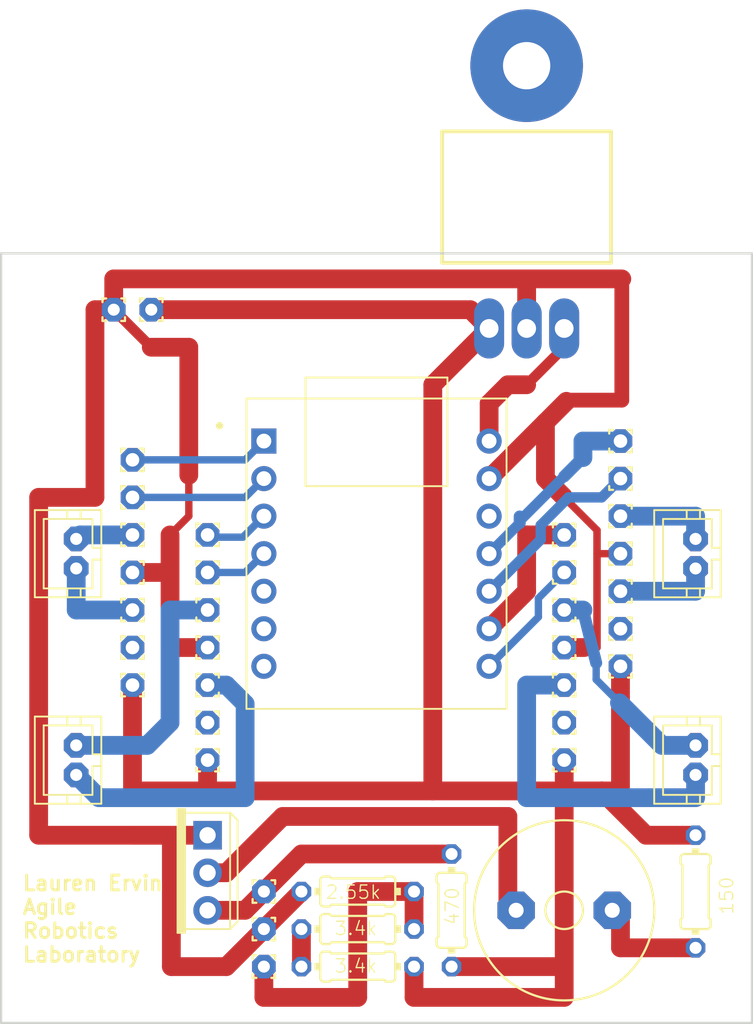
<source format=kicad_pcb>
(kicad_pcb (version 20221018) (generator pcbnew)
  (layers (0 "F.Cu" signal) (1 "In1.Cu" signal) (2 "In2.Cu" signal) (3 "In3.Cu" signal) (4 "In4.Cu" signal) (5 "In5.Cu" signal) (6 "In6.Cu" signal) (7 "In7.Cu" signal) (8 "In8.Cu" signal) (9 "In9.Cu" signal) (10 "In10.Cu" signal) (11 "In11.Cu" signal) (12 "In12.Cu" signal) (13 "In13.Cu" signal) (14 "In14.Cu" signal) (31 "B.Cu" signal) (34 "B.Paste" user) (35 "F.Paste" user) (36 "B.SilkS" user "B.Silkscreen") (37 "F.SilkS" user "F.Silkscreen") (38 "B.Mask" user) (39 "F.Mask" user) (44 "Edge.Cuts" user))
  (net 0 "")
  (net 1 "GND")
  (net 2 "VCC")
  (net 3 "IN7")
  (net 4 "IN8")
  (net 5 "IN5")
  (net 6 "IN6")
  (net 7 "IN3")
  (net 8 "IN4")
  (net 9 "IN1")
  (net 10 "IN2")
  (net 11 "GNDM1")
  (net 12 "VCCM1")
  (net 13 "GNDM2")
  (net 14 "VCCM2")
  (net 15 "GNDM3")
  (net 16 "VCCM3")
  (net 17 "GNDM4")
  (net 18 "VCCM4")
  (net 19 "VCC5V")
  (net 20 "SDA")
  (net 21 "SCL")
  (net 22 "VOUT")
  (net 23 "REFV")
  (net 24 "SERIES")
  (net 25 "BPOS")
  (net 26 "DRAIN")
  (footprint "uTerreSoRo_v4.1_bigger_pads_RSC:1,6_0,9" (layer "F.Cu") (at 161.2011 113.2586)
    (fp_text reference "PAD48" hide)
    (fp_text value "WIREPAD1,6/0,9")
    (pad "1" thru_hole roundrect (at 0 0) (size 1.6002 1.6002) (drill 0.9144) (layers "*.Cu" "*.Mask") (chamfer_ratio 0.2928932188) (chamfer top_left top_right bottom_left bottom_right) (net 2 "VCC"))
  )
  (footprint "uTerreSoRo_v4.1_bigger_pads_RSC:JST-PH2" (layer "F.Cu") (at 128.1811 99.2886 90)
    (fp_text reference "P1" hide)
    (fp_text value "" hide)
    (pad "1" thru_hole roundrect (at 1 0 90) (size 1.6764 1.6764) (drill 0.8128) (layers "*.Cu" "*.Mask") (chamfer_ratio 0.2928932188) (chamfer top_left top_right bottom_left bottom_right) (net 11 "GNDM1"))
    (pad "2" thru_hole roundrect (at -1 0 90) (size 1.6764 1.6764) (drill 0.8128) (layers "*.Cu" "*.Mask") (chamfer_ratio 0.2928932188) (chamfer top_left top_right bottom_left bottom_right) (net 12 "VCCM1"))
  )
  (footprint "uTerreSoRo_v4.1_bigger_pads_RSC:1,6_0,9" (layer "F.Cu") (at 137.0711 98.0186)
    (fp_text reference "PAD36" hide)
    (fp_text value "WIREPAD1,6/0,9")
    (pad "1" thru_hole roundrect (at 0 0) (size 1.6002 1.6002) (drill 0.9144) (layers "*.Cu" "*.Mask") (chamfer_ratio 0.2928932188) (chamfer top_left top_right bottom_left bottom_right) (net 7 "IN3"))
  )
  (footprint "uTerreSoRo_v4.1_bigger_pads_RSC:1,6_0,9" (layer "F.Cu") (at 161.2011 108.1786)
    (fp_text reference "PAD50" hide)
    (fp_text value "WIREPAD1,6/0,9")
    (pad "1" thru_hole roundrect (at 0 0) (size 1.6002 1.6002) (drill 0.9144) (layers "*.Cu" "*.Mask") (chamfer_ratio 0.2928932188) (chamfer top_left top_right bottom_left bottom_right) (net 16 "VCCM3"))
  )
  (footprint "uTerreSoRo_v4.1_bigger_pads_RSC:AL60P" (layer "F.Cu") (at 161.2011 123.4186)
    (fp_text reference "SP1" hide)
    (fp_text value "AL60P" hide)
    (pad "1" thru_hole roundrect (at -3.2512 0) (size 2.54 2.54) (drill 1.016) (layers "*.Cu" "*.Mask") (chamfer_ratio 0.2928932188) (chamfer top_left top_right bottom_left bottom_right) (net 26 "DRAIN"))
    (pad "2" thru_hole roundrect (at 3.2512 0) (size 2.54 2.54) (drill 1.016) (layers "*.Cu" "*.Mask") (chamfer_ratio 0.2928932188) (chamfer top_left top_right bottom_left bottom_right) (net 25 "BPOS"))
  )
  (footprint "uTerreSoRo_v4.1_bigger_pads_RSC:1,6_0,8" (layer "F.Cu") (at 140.8811 122.1486)
    (fp_text reference "PAD39" hide)
    (fp_text value "")
    (pad "1" thru_hole roundrect (at 0 0) (size 1.6002 1.6002) (drill 0.8128) (layers "*.Cu" "*.Mask") (chamfer_ratio 0.2928932188) (chamfer top_left top_right bottom_left bottom_right) (net 22 "VOUT"))
  )
  (footprint "uTerreSoRo_v4.1_bigger_pads_RSC:0204_7" (layer "F.Cu") (at 147.2311 122.1486 180)
    (fp_text reference "R1" hide)
    (fp_text value "2.55k" (at -1.6256 0.482596) (layer "F.SilkS") (effects (font (size 0.901446 0.901446) (thickness 0.089154)) (justify right top)))
    (pad "1" thru_hole roundrect (at -3.81 0 180) (size 1.3208 1.3208) (drill 0.8128) (layers "*.Cu" "*.Mask") (chamfer_ratio 0.2928932188) (chamfer top_left top_right bottom_left bottom_right) (net 23 "REFV"))
    (pad "2" thru_hole roundrect (at 3.81 0 180) (size 1.3208 1.3208) (drill 0.8128) (layers "*.Cu" "*.Mask") (chamfer_ratio 0.2928932188) (chamfer top_left top_right bottom_left bottom_right) (net 1 "GND"))
  )
  (footprint "uTerreSoRo_v4.1_bigger_pads_RSC:1,6_0,9" (layer "F.Cu") (at 137.0711 103.0986)
    (fp_text reference "PAD43" hide)
    (fp_text value "WIREPAD1,6/0,9")
    (pad "1" thru_hole roundrect (at 0 0) (size 1.6002 1.6002) (drill 0.9144) (layers "*.Cu" "*.Mask") (chamfer_ratio 0.2928932188) (chamfer top_left top_right bottom_left bottom_right) (net 13 "GNDM2"))
  )
  (footprint "uTerreSoRo_v4.1_bigger_pads_RSC:1,6_0,9" (layer "F.Cu") (at 161.2011 110.7186)
    (fp_text reference "PAD49" hide)
    (fp_text value "WIREPAD1,6/0,9")
    (pad "1" thru_hole roundrect (at 0 0) (size 1.6002 1.6002) (drill 0.9144) (layers "*.Cu" "*.Mask") (chamfer_ratio 0.2928932188) (chamfer top_left top_right bottom_left bottom_right))
  )
  (footprint "uTerreSoRo_v4.1_bigger_pads_RSC:1,6_0,9" (layer "F.Cu") (at 137.0711 108.1786)
    (fp_text reference "PAD45" hide)
    (fp_text value "WIREPAD1,6/0,9")
    (pad "1" thru_hole roundrect (at 0 0) (size 1.6002 1.6002) (drill 0.9144) (layers "*.Cu" "*.Mask") (chamfer_ratio 0.2928932188) (chamfer top_left top_right bottom_left bottom_right) (net 14 "VCCM2"))
  )
  (footprint "uTerreSoRo_v4.1_bigger_pads_RSC:XIAO-GENERIC-THRUHOLE-MODULE14P-2.54-21X17.8MM" (layer "F.Cu") (at 148.5011 99.2886)
    (fp_text reference "U1" hide)
    (fp_text value "XIAO-THRUHOLE" hide)
    (pad "1" thru_hole rect (at -7.62 -7.62) (size 1.7 1.7) (drill 1) (layers "*.Cu" "*.Mask") (net 9 "IN1"))
    (pad "2" thru_hole circle (at -7.62 -5.08) (size 1.7 1.7) (drill 1) (layers "*.Cu" "*.Mask") (net 10 "IN2"))
    (pad "3" thru_hole circle (at -7.62 -2.54) (size 1.7 1.7) (drill 1) (layers "*.Cu" "*.Mask") (net 7 "IN3"))
    (pad "4" thru_hole circle (at -7.62 0) (size 1.7 1.7) (drill 1) (layers "*.Cu" "*.Mask") (net 8 "IN4"))
    (pad "5" thru_hole circle (at -7.62 2.54) (size 1.7 1.7) (drill 1) (layers "*.Cu" "*.Mask") (net 20 "SDA"))
    (pad "6" thru_hole circle (at -7.62 5.08) (size 1.7 1.7) (drill 1) (layers "*.Cu" "*.Mask") (net 21 "SCL"))
    (pad "7" thru_hole circle (at -7.62 7.62) (size 1.7 1.7) (drill 1) (layers "*.Cu" "*.Mask"))
    (pad "8" thru_hole circle (at 7.62 7.62) (size 1.7 1.7) (drill 1) (layers "*.Cu" "*.Mask") (net 6 "IN6"))
    (pad "9" thru_hole circle (at 7.62 5.08) (size 1.7 1.7) (drill 1) (layers "*.Cu" "*.Mask") (net 5 "IN5"))
    (pad "10" thru_hole circle (at 7.62 2.54) (size 1.7 1.7) (drill 1) (layers "*.Cu" "*.Mask") (net 4 "IN8"))
    (pad "11" thru_hole circle (at 7.62 0) (size 1.7 1.7) (drill 1) (layers "*.Cu" "*.Mask") (net 3 "IN7"))
    (pad "12" thru_hole circle (at 7.62 -2.54) (size 1.7 1.7) (drill 1) (layers "*.Cu" "*.Mask"))
    (pad "13" thru_hole circle (at 7.62 -5.08) (size 1.7 1.7) (drill 1) (layers "*.Cu" "*.Mask") (net 1 "GND"))
    (pad "14" thru_hole circle (at 7.62 -7.62) (size 1.7 1.7) (drill 1) (layers "*.Cu" "*.Mask") (net 19 "VCC5V"))
  )
  (footprint "uTerreSoRo_v4.1_bigger_pads_RSC:1,6_0,9" (layer "F.Cu") (at 131.9911 105.6386)
    (fp_text reference "PAD30" hide)
    (fp_text value "WIREPAD1,6/0,9")
    (pad "1" thru_hole roundrect (at 0 0) (size 1.6002 1.6002) (drill 0.9144) (layers "*.Cu" "*.Mask") (chamfer_ratio 0.2928932188) (chamfer top_left top_right bottom_left bottom_right))
  )
  (footprint "" (layer "F.Cu") (at 125.6411 81.5086)
    (fp_text reference "@HOLE0" hide)
    (fp_text value "" (at 0 0) (layer "F.SilkS") (effects (font (size 1.27 1.27))))
    (pad "" np_thru_hole circle (at 0 0) (size 1 1) (drill 1) (layers "*.Cu" "*.Mask"))
  )
  (footprint "uTerreSoRo_v4.1_bigger_pads_RSC:1,6_0,9" (layer "F.Cu") (at 161.2011 100.5586)
    (fp_text reference "PAD53" hide)
    (fp_text value "WIREPAD1,6/0,9")
    (pad "1" thru_hole roundrect (at 0 0) (size 1.6002 1.6002) (drill 0.9144) (layers "*.Cu" "*.Mask") (chamfer_ratio 0.2928932188) (chamfer top_left top_right bottom_left bottom_right) (net 6 "IN6"))
  )
  (footprint "uTerreSoRo_v4.1_bigger_pads_RSC:1,6_0,9" (layer "F.Cu") (at 137.0711 105.6386)
    (fp_text reference "PAD44" hide)
    (fp_text value "WIREPAD1,6/0,9")
    (pad "1" thru_hole roundrect (at 0 0) (size 1.6002 1.6002) (drill 0.9144) (layers "*.Cu" "*.Mask") (chamfer_ratio 0.2928932188) (chamfer top_left top_right bottom_left bottom_right) (net 1 "GND"))
  )
  (footprint "uTerreSoRo_v4.1_bigger_pads_RSC:1,6_0,8" (layer "F.Cu") (at 140.8811 127.2286)
    (fp_text reference "PAD41" hide)
    (fp_text value "")
    (pad "1" thru_hole roundrect (at 0 0) (size 1.6002 1.6002) (drill 0.8128) (layers "*.Cu" "*.Mask") (chamfer_ratio 0.2928932188) (chamfer top_left top_right bottom_left bottom_right) (net 23 "REFV"))
  )
  (footprint "uTerreSoRo_v4.1_bigger_pads_RSC:1,6_0,9" (layer "F.Cu") (at 131.9911 108.1786)
    (fp_text reference "PAD29" hide)
    (fp_text value "WIREPAD1,6/0,9")
    (pad "1" thru_hole roundrect (at 0 0) (size 1.6002 1.6002) (drill 0.9144) (layers "*.Cu" "*.Mask") (chamfer_ratio 0.2928932188) (chamfer top_left top_right bottom_left bottom_right) (net 2 "VCC"))
  )
  (footprint "uTerreSoRo_v4.1_bigger_pads_RSC:1,6_0,9" (layer "F.Cu") (at 165.0111 101.8286)
    (fp_text reference "PAD59" hide)
    (fp_text value "WIREPAD1,6/0,9")
    (pad "1" thru_hole roundrect (at 0 0) (size 1.6002 1.6002) (drill 0.9144) (layers "*.Cu" "*.Mask") (chamfer_ratio 0.2928932188) (chamfer top_left top_right bottom_left bottom_right) (net 18 "VCCM4"))
  )
  (footprint "uTerreSoRo_v4.1_bigger_pads_RSC:0204_7" (layer "F.Cu") (at 147.2311 127.2286)
    (fp_text reference "R2" hide)
    (fp_text value "3.4k" (at -1.6256 0.4826) (layer "F.SilkS") (effects (font (size 0.901446 0.901446) (thickness 0.089154)) (justify left bottom)))
    (pad "1" thru_hole roundrect (at -3.81 0) (size 1.3208 1.3208) (drill 0.8128) (layers "*.Cu" "*.Mask") (chamfer_ratio 0.2928932188) (chamfer top_left top_right bottom_left bottom_right) (net 24 "SERIES"))
    (pad "2" thru_hole roundrect (at 3.81 0) (size 1.3208 1.3208) (drill 0.8128) (layers "*.Cu" "*.Mask") (chamfer_ratio 0.2928932188) (chamfer top_left top_right bottom_left bottom_right) (net 2 "VCC"))
  )
  (footprint "uTerreSoRo_v4.1_bigger_pads_RSC:1,6_0,9" (layer "F.Cu") (at 161.2011 103.0986)
    (fp_text reference "PAD52" hide)
    (fp_text value "WIREPAD1,6/0,9")
    (pad "1" thru_hole roundrect (at 0 0) (size 1.6002 1.6002) (drill 0.9144) (layers "*.Cu" "*.Mask") (chamfer_ratio 0.2928932188) (chamfer top_left top_right bottom_left bottom_right) (net 15 "GNDM3"))
  )
  (footprint "uTerreSoRo_v4.1_bigger_pads_RSC:JST-PH2" (layer "F.Cu") (at 128.1811 113.2586 90)
    (fp_text reference "P2" hide)
    (fp_text value "" hide)
    (pad "1" thru_hole roundrect (at 1 0 90) (size 1.6764 1.6764) (drill 0.8128) (layers "*.Cu" "*.Mask") (chamfer_ratio 0.2928932188) (chamfer top_left top_right bottom_left bottom_right) (net 13 "GNDM2"))
    (pad "2" thru_hole roundrect (at -1 0 90) (size 1.6764 1.6764) (drill 0.8128) (layers "*.Cu" "*.Mask") (chamfer_ratio 0.2928932188) (chamfer top_left top_right bottom_left bottom_right) (net 14 "VCCM2"))
  )
  (footprint "uTerreSoRo_v4.1_bigger_pads_RSC:1,6_0,9" (layer "F.Cu") (at 161.2011 98.0186)
    (fp_text reference "PAD54" hide)
    (fp_text value "WIREPAD1,6/0,9")
    (pad "1" thru_hole roundrect (at 0 0) (size 1.6002 1.6002) (drill 0.9144) (layers "*.Cu" "*.Mask") (chamfer_ratio 0.2928932188) (chamfer top_left top_right bottom_left bottom_right) (net 5 "IN5"))
  )
  (footprint "uTerreSoRo_v4.1_bigger_pads_RSC:1,6_0,9" (layer "F.Cu") (at 165.0111 106.9086)
    (fp_text reference "PAD61" hide)
    (fp_text value "WIREPAD1,6/0,9")
    (pad "1" thru_hole roundrect (at 0 0) (size 1.6002 1.6002) (drill 0.9144) (layers "*.Cu" "*.Mask") (chamfer_ratio 0.2928932188) (chamfer top_left top_right bottom_left bottom_right) (net 2 "VCC"))
  )
  (footprint "" (layer "F.Cu") (at 125.6411 128.4986)
    (fp_text reference "@HOLE3" hide)
    (fp_text value "" (at 0 0) (layer "F.SilkS") (effects (font (size 1.27 1.27))))
    (pad "" np_thru_hole circle (at 0 0) (size 1 1) (drill 1) (layers "*.Cu" "*.Mask"))
  )
  (footprint "uTerreSoRo_v4.1_bigger_pads_RSC:JST-PH2" (layer "F.Cu") (at 170.0911 113.2586 90)
    (fp_text reference "P3" hide)
    (fp_text value "" hide)
    (pad "1" thru_hole roundrect (at 1 0 90) (size 1.6764 1.6764) (drill 0.8128) (layers "*.Cu" "*.Mask") (chamfer_ratio 0.2928932188) (chamfer top_left top_right bottom_left bottom_right) (net 15 "GNDM3"))
    (pad "2" thru_hole roundrect (at -1 0 90) (size 1.6764 1.6764) (drill 0.8128) (layers "*.Cu" "*.Mask") (chamfer_ratio 0.2928932188) (chamfer top_left top_right bottom_left bottom_right) (net 16 "VCCM3"))
  )
  (footprint "uTerreSoRo_v4.1_bigger_pads_RSC:0204_7" (layer "F.Cu") (at 170.0911 122.1486 90)
    (fp_text reference "R5" hide)
    (fp_text value "150" (at -1.6256 2.6289 90) (layer "F.SilkS") (effects (font (size 0.901446 0.901446) (thickness 0.089154)) (justify left bottom)))
    (pad "1" thru_hole roundrect (at -3.81 0 90) (size 1.3208 1.3208) (drill 0.8128) (layers "*.Cu" "*.Mask") (chamfer_ratio 0.2928932188) (chamfer top_left top_right bottom_left bottom_right) (net 25 "BPOS"))
    (pad "2" thru_hole roundrect (at 3.81 0 90) (size 1.3208 1.3208) (drill 0.8128) (layers "*.Cu" "*.Mask") (chamfer_ratio 0.2928932188) (chamfer top_left top_right bottom_left bottom_right) (net 2 "VCC"))
  )
  (footprint "uTerreSoRo_v4.1_bigger_pads_RSC:1,6_0,9" (layer "F.Cu") (at 165.0111 99.2886)
    (fp_text reference "PAD58" hide)
    (fp_text value "WIREPAD1,6/0,9")
    (pad "1" thru_hole roundrect (at 0 0) (size 1.6002 1.6002) (drill 0.9144) (layers "*.Cu" "*.Mask") (chamfer_ratio 0.2928932188) (chamfer top_left top_right bottom_left bottom_right) (net 1 "GND"))
  )
  (footprint "uTerreSoRo_v4.1_bigger_pads_RSC:1,6_0,9" (layer "F.Cu") (at 165.0111 104.3686)
    (fp_text reference "PAD60" hide)
    (fp_text value "WIREPAD1,6/0,9")
    (pad "1" thru_hole roundrect (at 0 0) (size 1.6002 1.6002) (drill 0.9144) (layers "*.Cu" "*.Mask") (chamfer_ratio 0.2928932188) (chamfer top_left top_right bottom_left bottom_right))
  )
  (footprint "uTerreSoRo_v4.1_bigger_pads_RSC:1,6_0,9" (layer "F.Cu") (at 131.9911 95.4786)
    (fp_text reference "PAD34" hide)
    (fp_text value "WIREPAD1,6/0,9")
    (pad "1" thru_hole roundrect (at 0 0) (size 1.6002 1.6002) (drill 0.9144) (layers "*.Cu" "*.Mask") (chamfer_ratio 0.2928932188) (chamfer top_left top_right bottom_left bottom_right) (net 10 "IN2"))
  )
  (footprint "uTerreSoRo_v4.1_bigger_pads_RSC:1,6_0,9" (layer "F.Cu") (at 131.9911 100.5586)
    (fp_text reference "PAD32" hide)
    (fp_text value "WIREPAD1,6/0,9")
    (pad "1" thru_hole roundrect (at 0 0) (size 1.6002 1.6002) (drill 0.9144) (layers "*.Cu" "*.Mask") (chamfer_ratio 0.2928932188) (chamfer top_left top_right bottom_left bottom_right) (net 1 "GND"))
  )
  (footprint "uTerreSoRo_v4.1_bigger_pads_RSC:0204_7" (layer "F.Cu") (at 153.5811 123.4186 -90)
    (fp_text reference "R4" hide)
    (fp_text value "470" (at -1.6256 0.4826 90) (layer "F.SilkS") (effects (font (size 0.901446 0.901446) (thickness 0.089154)) (justify right top)))
    (pad "1" thru_hole roundrect (at -3.81 0 270) (size 1.3208 1.3208) (drill 0.8128) (layers "*.Cu" "*.Mask") (chamfer_ratio 0.2928932188) (chamfer top_left top_right bottom_left bottom_right) (net 22 "VOUT"))
    (pad "2" thru_hole roundrect (at 3.81 0 270) (size 1.3208 1.3208) (drill 0.8128) (layers "*.Cu" "*.Mask") (chamfer_ratio 0.2928932188) (chamfer top_left top_right bottom_left bottom_right) (net 2 "VCC"))
  )
  (footprint "uTerreSoRo_v4.1_bigger_pads_RSC:1,6_0,9" (layer "F.Cu") (at 165.0111 94.2086)
    (fp_text reference "PAD56" hide)
    (fp_text value "WIREPAD1,6/0,9")
    (pad "1" thru_hole roundrect (at 0 0) (size 1.6002 1.6002) (drill 0.9144) (layers "*.Cu" "*.Mask") (chamfer_ratio 0.2928932188) (chamfer top_left top_right bottom_left bottom_right) (net 4 "IN8"))
  )
  (footprint "uTerreSoRo_v4.1_bigger_pads_RSC:1,6_0,8" (layer "F.Cu") (at 140.8811 124.6886)
    (fp_text reference "PAD40" hide)
    (fp_text value "")
    (pad "1" thru_hole roundrect (at 0 0) (size 1.6002 1.6002) (drill 0.8128) (layers "*.Cu" "*.Mask") (chamfer_ratio 0.2928932188) (chamfer top_left top_right bottom_left bottom_right) (net 1 "GND"))
  )
  (footprint "uTerreSoRo_v4.1_bigger_pads_RSC:1,6_0,8" (layer "F.Cu") (at 133.2611 82.7786)
    (fp_text reference "PAD37" hide)
    (fp_text value "")
    (pad "1" thru_hole roundrect (at 0 0) (size 1.6002 1.6002) (drill 0.8128) (layers "*.Cu" "*.Mask") (chamfer_ratio 0.2928932188) (chamfer top_left top_right bottom_left bottom_right) (net 2 "VCC"))
  )
  (footprint "uTerreSoRo_v4.1_bigger_pads_RSC:1,6_0,9" (layer "F.Cu") (at 165.0111 96.7486)
    (fp_text reference "PAD57" hide)
    (fp_text value "WIREPAD1,6/0,9")
    (pad "1" thru_hole roundrect (at 0 0) (size 1.6002 1.6002) (drill 0.9144) (layers "*.Cu" "*.Mask") (chamfer_ratio 0.2928932188) (chamfer top_left top_right bottom_left bottom_right) (net 17 "GNDM4"))
  )
  (footprint "uTerreSoRo_v4.1_bigger_pads_RSC:TO-220" (layer "F.Cu") (at 158.6611 72.6186)
    (fp_text reference "U2" hide)
    (fp_text value "")
    (pad "1" thru_hole oval (at -2.54 11.43 90) (size 4.064 2.032) (drill 1.27) (layers "*.Cu" "*.Mask") (net 2 "VCC"))
    (pad "2" thru_hole oval (at 0 11.43 90) (size 4.064 2.032) (drill 1.27) (layers "*.Cu" "*.Mask") (net 1 "GND"))
    (pad "3" thru_hole oval (at 2.54 11.43 90) (size 4.064 2.032) (drill 1.27) (layers "*.Cu" "*.Mask") (net 19 "VCC5V"))
    (pad "HEAT" thru_hole circle (at 0 -6.35) (size 7.62 7.62) (drill 3.2004) (layers "*.Cu" "*.Mask") (net 1 "GND"))
  )
  (footprint "uTerreSoRo_v4.1_bigger_pads_RSC:1,6_0,9" (layer "F.Cu") (at 137.0711 100.5586)
    (fp_text reference "PAD42" hide)
    (fp_text value "WIREPAD1,6/0,9")
    (pad "1" thru_hole roundrect (at 0 0) (size 1.6002 1.6002) (drill 0.9144) (layers "*.Cu" "*.Mask") (chamfer_ratio 0.2928932188) (chamfer top_left top_right bottom_left bottom_right) (net 8 "IN4"))
  )
  (footprint "uTerreSoRo_v4.1_bigger_pads_RSC:1,6_0,9" (layer "F.Cu") (at 131.9911 103.0986)
    (fp_text reference "PAD31" hide)
    (fp_text value "WIREPAD1,6/0,9")
    (pad "1" thru_hole roundrect (at 0 0) (size 1.6002 1.6002) (drill 0.9144) (layers "*.Cu" "*.Mask") (chamfer_ratio 0.2928932188) (chamfer top_left top_right bottom_left bottom_right) (net 12 "VCCM1"))
  )
  (footprint "uTerreSoRo_v4.1_bigger_pads_RSC:1,6_0,9" (layer "F.Cu") (at 137.0711 113.2586)
    (fp_text reference "PAD47" hide)
    (fp_text value "WIREPAD1,6/0,9")
    (pad "1" thru_hole roundrect (at 0 0) (size 1.6002 1.6002) (drill 0.9144) (layers "*.Cu" "*.Mask") (chamfer_ratio 0.2928932188) (chamfer top_left top_right bottom_left bottom_right) (net 2 "VCC"))
  )
  (footprint "" (layer "F.Cu") (at 171.3611 128.4986)
    (fp_text reference "@HOLE2" hide)
    (fp_text value "" (at 0 0) (layer "F.SilkS") (effects (font (size 1.27 1.27))))
    (pad "" np_thru_hole circle (at 0 0) (size 1 1) (drill 1) (layers "*.Cu" "*.Mask"))
  )
  (footprint "uTerreSoRo_v4.1_bigger_pads_RSC:1,6_0,9" (layer "F.Cu") (at 161.2011 105.6386)
    (fp_text reference "PAD51" hide)
    (fp_text value "WIREPAD1,6/0,9")
    (pad "1" thru_hole roundrect (at 0 0) (size 1.6002 1.6002) (drill 0.9144) (layers "*.Cu" "*.Mask") (chamfer_ratio 0.2928932188) (chamfer top_left top_right bottom_left bottom_right) (net 1 "GND"))
  )
  (footprint "uTerreSoRo_v4.1_bigger_pads_RSC:JST-PH2" (layer "F.Cu") (at 170.0911 99.2886 90)
    (fp_text reference "P4" hide)
    (fp_text value "" hide)
    (pad "1" thru_hole roundrect (at 1 0 90) (size 1.6764 1.6764) (drill 0.8128) (layers "*.Cu" "*.Mask") (chamfer_ratio 0.2928932188) (chamfer top_left top_right bottom_left bottom_right) (net 17 "GNDM4"))
    (pad "2" thru_hole roundrect (at -1 0 90) (size 1.6764 1.6764) (drill 0.8128) (layers "*.Cu" "*.Mask") (chamfer_ratio 0.2928932188) (chamfer top_left top_right bottom_left bottom_right) (net 18 "VCCM4"))
  )
  (footprint "uTerreSoRo_v4.1_bigger_pads_RSC:TO220_ALT" (layer "F.Cu") (at 137.0711 120.8786)
    (fp_text reference "Q1" hide)
    (fp_text value "IRF510" hide)
    (pad "1" thru_hole rect (at 0 -2.54) (size 1.9304 1.9304) (drill 1.1) (layers "*.Cu" "*.Mask") (net 1 "GND"))
    (pad "2" thru_hole circle (at 0 0) (size 1.9304 1.9304) (drill 1.1) (layers "*.Cu" "*.Mask") (net 26 "DRAIN"))
    (pad "3" thru_hole circle (at 0 2.54) (size 1.9304 1.9304) (drill 1.1) (layers "*.Cu" "*.Mask") (net 22 "VOUT"))
  )
  (footprint "uTerreSoRo_v4.1_bigger_pads_RSC:1,6_0,9" (layer "F.Cu") (at 131.9911 92.9386)
    (fp_text reference "PAD35" hide)
    (fp_text value "WIREPAD1,6/0,9")
    (pad "1" thru_hole roundrect (at 0 0) (size 1.6002 1.6002) (drill 0.9144) (layers "*.Cu" "*.Mask") (chamfer_ratio 0.2928932188) (chamfer top_left top_right bottom_left bottom_right) (net 9 "IN1"))
  )
  (footprint "" (layer "F.Cu") (at 171.3611 81.5086)
    (fp_text reference "@HOLE1" hide)
    (fp_text value "" (at 0 0) (layer "F.SilkS") (effects (font (size 1.27 1.27))))
    (pad "" np_thru_hole circle (at 0 0) (size 1 1) (drill 1) (layers "*.Cu" "*.Mask"))
  )
  (footprint "uTerreSoRo_v4.1_bigger_pads_RSC:1,6_0,9" (layer "F.Cu") (at 137.0711 110.7186)
    (fp_text reference "PAD46" hide)
    (fp_text value "WIREPAD1,6/0,9")
    (pad "1" thru_hole roundrect (at 0 0) (size 1.6002 1.6002) (drill 0.9144) (layers "*.Cu" "*.Mask") (chamfer_ratio 0.2928932188) (chamfer top_left top_right bottom_left bottom_right))
  )
  (footprint "uTerreSoRo_v4.1_bigger_pads_RSC:1,6_0,9" (layer "F.Cu") (at 165.0111 91.6686)
    (fp_text reference "PAD55" hide)
    (fp_text value "WIREPAD1,6/0,9")
    (pad "1" thru_hole roundrect (at 0 0) (size 1.6002 1.6002) (drill 0.9144) (layers "*.Cu" "*.Mask") (chamfer_ratio 0.2928932188) (chamfer top_left top_right bottom_left bottom_right) (net 3 "IN7"))
  )
  (footprint "uTerreSoRo_v4.1_bigger_pads_RSC:1,6_0,8" (layer "F.Cu") (at 130.7211 82.7786)
    (fp_text reference "PAD38" hide)
    (fp_text value "")
    (pad "1" thru_hole roundrect (at 0 0) (size 1.6002 1.6002) (drill 0.8128) (layers "*.Cu" "*.Mask") (chamfer_ratio 0.2928932188) (chamfer top_left top_right bottom_left bottom_right) (net 1 "GND"))
  )
  (footprint "uTerreSoRo_v4.1_bigger_pads_RSC:0204_7" (layer "F.Cu") (at 147.2311 124.6886)
    (fp_text reference "R3" hide)
    (fp_text value "3.4k" (at -1.6256 0.4826) (layer "F.SilkS") (effects (font (size 0.901446 0.901446) (thickness 0.089154)) (justify left bottom)))
    (pad "1" thru_hole roundrect (at -3.81 0) (size 1.3208 1.3208) (drill 0.8128) (layers "*.Cu" "*.Mask") (chamfer_ratio 0.2928932188) (chamfer top_left top_right bottom_left bottom_right) (net 24 "SERIES"))
    (pad "2" thru_hole roundrect (at 3.81 0) (size 1.3208 1.3208) (drill 0.8128) (layers "*.Cu" "*.Mask") (chamfer_ratio 0.2928932188) (chamfer top_left top_right bottom_left bottom_right) (net 23 "REFV"))
  )
  (footprint "uTerreSoRo_v4.1_bigger_pads_RSC:1,6_0,9" (layer "F.Cu") (at 131.9911 98.0186)
    (fp_text reference "PAD33" hide)
    (fp_text value "WIREPAD1,6/0,9")
    (pad "1" thru_hole roundrect (at 0 0) (size 1.6002 1.6002) (drill 0.9144) (layers "*.Cu" "*.Mask") (chamfer_ratio 0.2928932188) (chamfer top_left top_right bottom_left bottom_right) (net 11 "GNDM1"))
  )
  (gr_line (start 123.1011 78.9686) (end 173.9011 78.9686) (stroke (width 0.1524)) (layer "Edge.Cuts"))
  (gr_line (start 123.1011 131.0386) (end 123.1011 78.9686) (stroke (width 0.1524)) (layer "Edge.Cuts"))
  (gr_line (start 173.9011 131.0386) (end 123.1011 131.0386) (stroke (width 0.1524)) (layer "Edge.Cuts"))
  (gr_line (start 173.9011 78.9686) (end 173.9011 131.0386) (stroke (width 0.1524)) (layer "Edge.Cuts"))
  (gr_text "Lauren Ervin\nAgile\nRobotics\nLaboratory" (at 124.46 127) (layer "F.SilkS") (effects (font (size 1 1) (thickness 0.2) bold) (justify left bottom)))
  (segment (start 131.9911 100.5586) (end 134.5311 100.5586) (width 1.27) (layer "F.Cu") (net 1))
  (segment (start 133.2611 85.3186) (end 135.8011 85.3186) (width 1.27) (layer "F.Cu") (net 1))
  (segment (start 134.5311 98.0186) (end 135.8011 96.7486) (width 0.5) (layer "F.Cu") (net 1))
  (segment (start 134.62 118.3386) (end 131.9911 118.3386) (width 1.27) (layer "F.Cu") (net 1))
  (segment (start 134.62 127.2286) (end 134.62 118.3386) (width 1.27) (layer "F.Cu") (net 1))
  (segment (start 163.4236 99.2886) (end 163.4236 101.6) (width 0.5) (layer "F.Cu") (net 1))
  (segment (start 163.4236 101.6) (end 163.4236 105.6386) (width 0.5) (layer "F.Cu") (net 1))
  (segment (start 158.6611 80.6958) (end 158.6611 84.0486) (width 1.27) (layer "F.Cu") (net 1))
  (segment (start 134.5311 100.5586) (end 134.5311 98.0186) (width 1.27) (layer "F.Cu") (net 1))
  (segment (start 140.8811 124.6886) (end 138.3411 127.2286) (width 1.27) (layer "F.Cu") (net 1))
  (segment (start 159.9311 90.3986) (end 161.3535 88.9762) (width 1.27) (layer "F.Cu") (net 1))
  (segment (start 130.7211 82.7786) (end 133.2611 85.3186) (width 0.7) (layer "F.Cu") (net 1))
  (segment (start 125.6411 95.4786) (end 129.4511 95.4786) (width 1.27) (layer "F.Cu") (net 1))
  (segment (start 135.8011 96.7486) (end 135.8011 93.98) (width 0.5) (layer "F.Cu") (net 1))
  (segment (start 163.4236 97.7011) (end 161.13125 95.40875) (width 0.5) (layer "F.Cu") (net 1))
  (segment (start 137.0711 118.3386) (end 131.9911 118.3386) (width 1.27) (layer "F.Cu") (net 1))
  (segment (start 163.4236 99.2886) (end 165.0111 99.2886) (width 0.5) (layer "F.Cu") (net 1))
  (segment (start 161.3535 88.9762) (end 161.4297 88.9) (width 1) (layer "F.Cu") (net 1))
  (segment (start 163.4236 105.6386) (end 163.4236 97.7011) (width 0.5) (layer "F.Cu") (net 1))
  (segment (start 130.7211 82.7786) (end 130.7211 80.6958) (width 1.27) (layer "F.Cu") (net 1))
  (segment (start 158.6611 80.6958) (end 165.1 80.6958) (width 1.27) (layer "F.Cu") (net 1))
  (segment (start 125.6411 118.3386) (end 125.6411 95.4786) (width 1.27) (layer "F.Cu") (net 1))
  (segment (start 161.13125 95.40875) (end 159.9311 94.2086) (width 1.27) (layer "F.Cu") (net 1))
  (segment (start 165.1 88.9) (end 165.1 80.6958) (width 1) (layer "F.Cu") (net 1))
  (segment (start 129.4511 95.4786) (end 129.4511 82.7786) (width 1.27) (layer "F.Cu") (net 1))
  (segment (start 143.4211 122.1486) (end 140.8811 124.6886) (width 1.27) (layer "F.Cu") (net 1))
  (segment (start 138.3411 127.2286) (end 134.62 127.2286) (width 1.27) (layer "F.Cu") (net 1))
  (segment (start 161.4297 88.9) (end 165.1 88.9) (width 1) (layer "F.Cu") (net 1))
  (segment (start 130.7211 80.6958) (end 158.6611 80.6958) (width 1.27) (layer "F.Cu") (net 1))
  (segment (start 159.9311 94.2086) (end 159.9311 90.3986) (width 1.27) (layer "F.Cu") (net 1))
  (segment (start 163.4236 99.2886) (end 163.4236 97.7011) (width 0.5) (layer "F.Cu") (net 1))
  (segment (start 131.9911 118.3386) (end 125.6411 118.3386) (width 1.27) (layer "F.Cu") (net 1))
  (segment (start 134.5311 105.6386) (end 134.5311 100.5586) (width 1.27) (layer "F.Cu") (net 1))
  (segment (start 135.8011 85.3186) (end 135.8011 93.98) (width 1.27) (layer "F.Cu") (net 1))
  (segment (start 156.1211 94.2086) (end 159.9311 90.3986) (width 1.27) (layer "F.Cu") (net 1))
  (segment (start 137.0711 105.6386) (end 134.5311 105.6386) (width 1.27) (layer "F.Cu") (net 1))
  (segment (start 163.4236 105.6386) (end 162.56 105.6386) (width 0.5) (layer "F.Cu") (net 1))
  (segment (start 161.2011 105.6386) (end 162.56 105.6386) (width 1.27) (layer "F.Cu") (net 1))
  (segment (start 129.4511 82.7786) (end 130.7211 82.7786) (width 1.27) (layer "F.Cu") (net 1))
  (segment (start 161.2011 115.3414) (end 161.2011 127.2286) (width 1.27) (layer "F.Cu") (net 2))
  (segment (start 133.2611 82.7786) (end 154.8511 82.7786) (width 1.27) (layer "F.Cu") (net 2))
  (segment (start 161.2011 127.2286) (end 153.5811 127.2286) (width 1.27) (layer "F.Cu") (net 2))
  (segment (start 166.7383 118.3386) (end 163.7411 115.3414) (width 1.27) (layer "F.Cu") (net 2))
  (segment (start 137.0711 113.2586) (end 137.0711 115.3414) (width 1.27) (layer "F.Cu") (net 2))
  (segment (start 131.9911 108.1786) (end 131.9911 115.3414) (width 1.27) (layer "F.Cu") (net 2))
  (segment (start 154.8511 82.7786) (end 156.1211 84.0486) (width 1.27) (layer "F.Cu") (net 2))
  (segment (start 137.0711 115.3414) (end 131.9911 115.3414) (width 1.27) (layer "F.Cu") (net 2))
  (segment (start 151.0411 129.3114) (end 151.0411 127.2286) (width 1.27) (layer "F.Cu") (net 2))
  (segment (start 165.0111 106.9086) (end 165.0111 115.3414) (width 1.27) (layer "F.Cu") (net 2))
  (segment (start 161.2011 127.2286) (end 161.2011 129.3114) (width 1.27) (layer "F.Cu") (net 2))
  (segment (start 152.3111 87.8586) (end 156.1211 84.0486) (width 1.27) (layer "F.Cu") (net 2))
  (segment (start 165.0111 115.3414) (end 163.7411 115.3414) (width 1.27) (layer "F.Cu") (net 2))
  (segment (start 161.2011 115.3414) (end 163.7411 115.3414) (width 1.27) (layer "F.Cu") (net 2))
  (segment (start 152.3111 115.3414) (end 137.0711 115.3414) (width 1.27) (layer "F.Cu") (net 2))
  (segment (start 152.3111 115.3414) (end 152.3111 87.8586) (width 1.27) (layer "F.Cu") (net 2))
  (segment (start 152.3111 115.3414) (end 161.2011 115.3414) (width 1.27) (layer "F.Cu") (net 2))
  (segment (start 161.2011 113.2586) (end 161.2011 115.3414) (width 1.27) (layer "F.Cu") (net 2))
  (segment (start 161.2011 129.3114) (end 151.0411 129.3114) (width 1.27) (layer "F.Cu") (net 2))
  (segment (start 170.0911 118.3386) (end 166.7383 118.3386) (width 1.27) (layer "F.Cu") (net 2))
  (segment (start 158.1912 97.2185) (end 158.1912 97.0661) (width 0.7) (layer "B.Cu") (net 3))
  (segment (start 161.2011 94.0562) (end 162.4711 92.7862) (width 0.8128) (layer "B.Cu") (net 3))
  (segment (start 158.1912 97.2185) (end 158.1912 96.77185) (width 0.8128) (layer "B.Cu") (net 3))
  (segment (start 156.1211 99.2886) (end 158.1912 97.2185) (width 0.7) (layer "B.Cu") (net 3))
  (segment (start 165.0111 91.6686) (end 162.4711 91.6686) (width 1.27) (layer "B.Cu") (net 3))
  (segment (start 162.4711 91.6686) (end 162.4711 92.7862) (width 1.27) (layer "B.Cu") (net 3))
  (segment (start 158.1912 97.0661) (end 161.2011 94.0562) (width 0.7) (layer "B.Cu") (net 3))
  (segment (start 159.6136 97.361032) (end 159.6136 97.361031) (width 0.7) (layer "B.Cu") (net 4))
  (segment (start 159.6136 98.3361) (end 159.6136 97.361032) (width 0.7) (layer "B.Cu") (net 4))
  (segment (start 159.6136 97.361031) (end 161.496031 95.4786) (width 0.7) (layer "B.Cu") (net 4))
  (segment (start 156.1211 101.8286) (end 159.6136 98.3361) (width 0.7) (layer "B.Cu") (net 4))
  (segment (start 161.496031 95.4786) (end 163.7411 95.4786) (width 0.7) (layer "B.Cu") (net 4))
  (segment (start 163.7411 95.4786) (end 165.0111 94.2086) (width 0.7) (layer "B.Cu") (net 4))
  (segment (start 158.6611 101.8286) (end 158.6611 98.0186) (width 1.27) (layer "F.Cu") (net 5))
  (segment (start 158.6611 98.0186) (end 161.2011 98.0186) (width 1.27) (layer "F.Cu") (net 5))
  (segment (start 156.1211 104.3686) (end 158.6611 101.8286) (width 1.27) (layer "F.Cu") (net 5))
  (segment (start 159.6136 102.1461) (end 161.2011 100.5586) (width 0.5) (layer "B.Cu") (net 6))
  (segment (start 156.1211 106.9086) (end 159.45485 103.57485) (width 0.5) (layer "B.Cu") (net 6))
  (segment (start 159.45485 102.30485) (end 159.6136 102.1461) (width 0.5) (layer "B.Cu") (net 6))
  (segment (start 159.45485 103.57485) (end 159.45485 102.30485) (width 0.5) (layer "B.Cu") (net 6))
  (segment (start 137.2235 98.171) (end 137.0711 98.0186) (width 0.5) (layer "B.Cu") (net 7))
  (segment (start 139.4587 98.171) (end 137.2235 98.171) (width 0.5) (layer "B.Cu") (net 7))
  (segment (start 140.8811 96.7486) (end 139.4587 98.171) (width 0.5) (layer "B.Cu") (net 7))
  (segment (start 139.6111 100.5586) (end 137.0711 100.5586) (width 0.5) (layer "B.Cu") (net 8))
  (segment (start 140.8811 99.2886) (end 139.6111 100.5586) (width 0.5) (layer "B.Cu") (net 8))
  (segment (start 139.6111 92.9386) (end 131.9911 92.9386) (width 0.5) (layer "B.Cu") (net 9))
  (segment (start 140.8811 91.6686) (end 139.6111 92.9386) (width 0.5) (layer "B.Cu") (net 9))
  (segment (start 140.8811 94.2086) (end 139.6111 95.4786) (width 0.5) (layer "B.Cu") (net 10))
  (segment (start 139.6111 95.4786) (end 131.9911 95.4786) (width 0.5) (layer "B.Cu") (net 10))
  (segment (start 128.4511 98.0186) (end 131.9911 98.0186) (width 1.27) (layer "B.Cu") (net 11))
  (segment (start 128.1811 98.2886) (end 128.4511 98.0186) (width 1.27) (layer "B.Cu") (net 11))
  (segment (start 128.1811 103.0986) (end 131.9911 103.0986) (width 1.27) (layer "B.Cu") (net 12))
  (segment (start 128.1811 100.2886) (end 128.1811 103.0986) (width 1.27) (layer "B.Cu") (net 12))
  (segment (start 137.0711 103.0986) (end 134.5311 103.0986) (width 1.27) (layer "B.Cu") (net 13))
  (segment (start 134.5311 103.0986) (end 134.5311 110.7186) (width 1.27) (layer "B.Cu") (net 13))
  (segment (start 132.9911 112.2586) (end 134.5311 110.7186) (width 1.27) (layer "B.Cu") (net 13))
  (segment (start 128.1811 112.2586) (end 132.9911 112.2586) (width 1.27) (layer "B.Cu") (net 13))
  (segment (start 139.6111 109.4486) (end 139.6111 115.7986) (width 1.27) (layer "B.Cu") (net 14))
  (segment (start 128.1811 114.2586) (end 129.7211 115.7986) (width 1.27) (layer "B.Cu") (net 14))
  (segment (start 137.0711 108.1786) (end 138.3411 108.1786) (width 1.27) (layer "B.Cu") (net 14))
  (segment (start 139.6111 115.7986) (end 129.7211 115.7986) (width 1.27) (layer "B.Cu") (net 14))
  (segment (start 138.3411 108.1786) (end 139.6111 109.4486) (width 1.27) (layer "B.Cu") (net 14))
  (segment (start 162.4711 103.0986) (end 163.36645 106.68) (width 0.8128) (layer "B.Cu") (net 15))
  (segment (start 163.36645 107.80395) (end 163.36645 106.68) (width 0.5) (layer "B.Cu") (net 15))
  (segment (start 164.94125 109.37875) (end 163.36645 107.80395) (width 0.5) (layer "B.Cu") (net 15))
  (segment (start 167.8211 112.2586) (end 164.94125 109.37875) (width 1.27) (layer "B.Cu") (net 15))
  (segment (start 161.2011 103.0986) (end 162.4711 103.0986) (width 1.27) (layer "B.Cu") (net 15))
  (segment (start 170.0911 112.2586) (end 167.8211 112.2586) (width 1.27) (layer "B.Cu") (net 15))
  (segment (start 170.0911 114.2586) (end 170.0911 115.7986) (width 1.27) (layer "B.Cu") (net 16))
  (segment (start 161.2011 108.1786) (end 158.6611 108.1786) (width 1.27) (layer "B.Cu") (net 16))
  (segment (start 170.0911 115.7986) (end 158.6611 115.7986) (width 1.27) (layer "B.Cu") (net 16))
  (segment (start 158.6611 108.1786) (end 158.6611 115.7986) (width 1.27) (layer "B.Cu") (net 16))
  (segment (start 170.0911 96.7486) (end 170.0911 98.2886) (width 1.27) (layer "B.Cu") (net 17))
  (segment (start 165.0111 96.7486) (end 170.0911 96.7486) (width 1.27) (layer "B.Cu") (net 17))
  (segment (start 165.0111 101.8286) (end 170.0911 101.8286) (width 1.27) (layer "B.Cu") (net 18))
  (segment (start 170.0911 101.8286) (end 170.0911 100.2886) (width 1.27) (layer "B.Cu") (net 18))
  (segment (start 161.2011 84.0486) (end 161.2011 85.3186) (width 0.7) (layer "F.Cu") (net 19))
  (segment (start 156.1211 91.6686) (end 156.1211 89.1286) (width 1.27) (layer "F.Cu") (net 19))
  (segment (start 157.3911 87.8586) (end 158.6611 87.8586) (width 1.27) (layer "F.Cu") (net 19))
  (segment (start 158.6611 87.8586) (end 161.2011 85.3186) (width 0.7) (layer "F.Cu") (net 19))
  (segment (start 156.1211 89.1286) (end 157.3911 87.8586) (width 1.27) (layer "F.Cu") (net 19))
  (segment (start 143.4211 119.6086) (end 140.8811 122.1486) (width 1.27) (layer "F.Cu") (net 22))
  (segment (start 139.6111 123.4186) (end 140.8811 122.1486) (width 1.27) (layer "F.Cu") (net 22))
  (segment (start 153.5811 119.6086) (end 143.4211 119.6086) (width 1.27) (layer "F.Cu") (net 22))
  (segment (start 137.0711 123.4186) (end 139.6111 123.4186) (width 1.27) (layer "F.Cu") (net 22))
  (segment (start 147.2311 122.1486) (end 151.0411 122.1486) (width 1.27) (layer "F.Cu") (net 23))
  (segment (start 147.2311 129.3114) (end 147.2311 122.1486) (width 1.27) (layer "F.Cu") (net 23))
  (segment (start 151.0411 122.1486) (end 151.0411 124.6886) (width 1.27) (layer "F.Cu") (net 23))
  (segment (start 140.8811 129.3114) (end 147.2311 129.3114) (width 1.27) (layer "F.Cu") (net 23))
  (segment (start 140.8811 127.2286) (end 140.8811 129.3114) (width 1.27) (layer "F.Cu") (net 23))
  (segment (start 143.4211 124.6886) (end 143.4211 127.2286) (width 1.27) (layer "F.Cu") (net 24))
  (segment (start 165.0111 123.9774) (end 165.0111 125.9586) (width 1.27) (layer "F.Cu") (net 25))
  (segment (start 165.0111 125.9586) (end 170.0911 125.9586) (width 1.27) (layer "F.Cu") (net 25))
  (segment (start 164.4523 123.4186) (end 165.0111 123.9774) (width 1.27) (layer "F.Cu") (net 25))
  (segment (start 157.3911 117.0686) (end 142.1511 117.0686) (width 1.27) (layer "F.Cu") (net 26))
  (segment (start 157.3911 122.8598) (end 157.3911 117.0686) (width 1.27) (layer "F.Cu") (net 26))
  (segment (start 138.3411 120.8786) (end 137.0711 120.8786) (width 1.27) (layer "F.Cu") (net 26))
  (segment (start 142.1511 117.0686) (end 138.3411 120.8786) (width 1.27) (layer "F.Cu") (net 26))
  (segment (start 157.9499 123.4186) (end 157.3911 122.8598) (width 1.27) (layer "F.Cu") (net 26))
)
</source>
